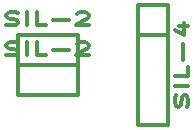
<source format=gto>
G04 ( created by brdgerber.py ( brdgerber.py v0.1 2014-03-12 ) ) date 2021-12-14 04:37:03 EST*
G04 Gerber Fmt 3.4, Leading zero omitted, Abs format*
%MOIN*%
%FSLAX34Y34*%
G01*
G70*
G90*
G04 APERTURE LIST*
%ADD10R,0.0550X0.0550*%
%ADD12C,0.0120*%
%ADD13C,0.0200*%
%ADD11C,0.0550*%
G04 APERTURE END LIST*
G54D10*
D12*
G01X01500Y01500D02*
G01X01500Y02500D01*
D12*
G01X01500Y02500D02*
G01X03500Y02500D01*
D12*
G01X03500Y02500D02*
G01X03500Y01500D01*
D12*
G01X03500Y01500D02*
G01X01500Y01500D01*
D12*
G01X01122Y02847D02*
G01X01219Y02827D01*
G01X01381Y02827D01*
G01X01446Y02847D01*
G01X01478Y02868D01*
G01X01511Y02908D01*
G01X01511Y02949D01*
G01X01478Y02990D01*
G01X01446Y03010D01*
G01X01381Y03031D01*
G01X01251Y03051D01*
G01X01187Y03071D01*
G01X01154Y03092D01*
G01X01122Y03132D01*
G01X01122Y03173D01*
G01X01154Y03214D01*
G01X01187Y03234D01*
G01X01251Y03255D01*
G01X01414Y03255D01*
G01X01511Y03234D01*
D12*
G01X01803Y02827D02*
G01X01803Y03255D01*
D12*
G01X02451Y02827D02*
G01X02127Y02827D01*
G01X02127Y03255D01*
D12*
G01X02678Y02990D02*
G01X03197Y02990D01*
D12*
G01X03489Y03214D02*
G01X03522Y03234D01*
G01X03586Y03255D01*
G01X03749Y03255D01*
G01X03813Y03234D01*
G01X03846Y03214D01*
G01X03878Y03173D01*
G01X03878Y03132D01*
G01X03846Y03071D01*
G01X03457Y02827D01*
G01X03878Y02827D01*
D12*
G01X01500Y02500D02*
G01X01500Y03500D01*
D12*
G01X01500Y03500D02*
G01X03500Y03500D01*
D12*
G01X03500Y03500D02*
G01X03500Y02500D01*
D12*
G01X03500Y02500D02*
G01X01500Y02500D01*
D12*
G01X01122Y03847D02*
G01X01219Y03827D01*
G01X01381Y03827D01*
G01X01446Y03847D01*
G01X01478Y03868D01*
G01X01511Y03908D01*
G01X01511Y03949D01*
G01X01478Y03990D01*
G01X01446Y04010D01*
G01X01381Y04031D01*
G01X01251Y04051D01*
G01X01187Y04071D01*
G01X01154Y04092D01*
G01X01122Y04132D01*
G01X01122Y04173D01*
G01X01154Y04214D01*
G01X01187Y04234D01*
G01X01251Y04255D01*
G01X01414Y04255D01*
G01X01511Y04234D01*
D12*
G01X01803Y03827D02*
G01X01803Y04255D01*
D12*
G01X02451Y03827D02*
G01X02127Y03827D01*
G01X02127Y04255D01*
D12*
G01X02678Y03990D02*
G01X03197Y03990D01*
D12*
G01X03489Y04214D02*
G01X03522Y04234D01*
G01X03586Y04255D01*
G01X03749Y04255D01*
G01X03813Y04234D01*
G01X03846Y04214D01*
G01X03878Y04173D01*
G01X03878Y04132D01*
G01X03846Y04071D01*
G01X03457Y03827D01*
G01X03878Y03827D01*
D12*
G01X06500Y04500D02*
G01X06500Y04500D01*
D12*
G01X05500Y04500D02*
G01X06500Y04500D01*
D12*
G01X06500Y04500D02*
G01X06500Y04500D01*
D12*
G01X06500Y04500D02*
G01X06500Y00500D01*
D12*
G01X06500Y00500D02*
G01X05500Y00500D01*
D12*
G01X05500Y00500D02*
G01X05500Y04500D01*
D12*
G01X05500Y03500D02*
G01X06500Y03500D01*
D12*
G01X07153Y01118D02*
G01X07173Y01215D01*
G01X07173Y01378D01*
G01X07153Y01443D01*
G01X07132Y01475D01*
G01X07092Y01508D01*
G01X07051Y01508D01*
G01X07010Y01475D01*
G01X06990Y01443D01*
G01X06969Y01378D01*
G01X06949Y01248D01*
G01X06929Y01183D01*
G01X06908Y01150D01*
G01X06868Y01118D01*
G01X06827Y01118D01*
G01X06786Y01150D01*
G01X06766Y01183D01*
G01X06745Y01248D01*
G01X06745Y01410D01*
G01X06766Y01508D01*
D12*
G01X07173Y01801D02*
G01X06745Y01801D01*
D12*
G01X07173Y02451D02*
G01X07173Y02126D01*
G01X06745Y02126D01*
D12*
G01X07010Y02679D02*
G01X07010Y03199D01*
D12*
G01X06888Y03817D02*
G01X07173Y03817D01*
D12*
G01X06725Y03655D02*
G01X07031Y03492D01*
G01X07031Y03915D01*
M02*

</source>
